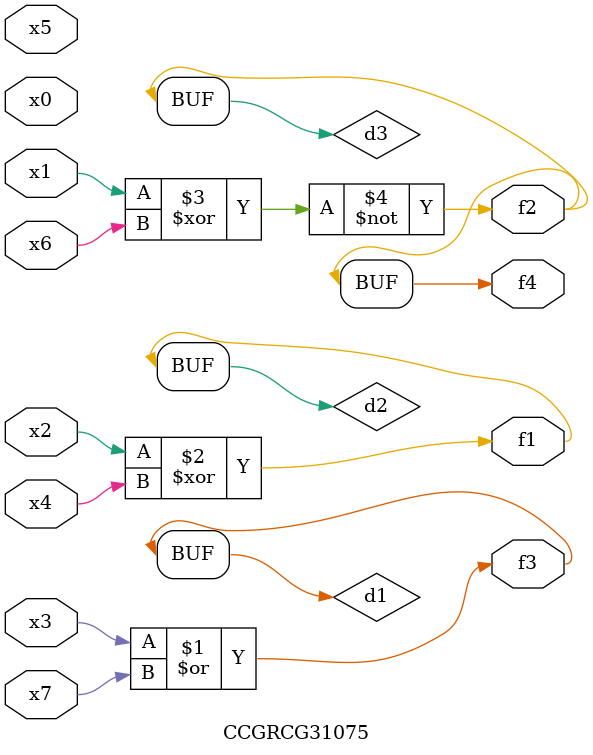
<source format=v>
module CCGRCG31075(
	input x0, x1, x2, x3, x4, x5, x6, x7,
	output f1, f2, f3, f4
);

	wire d1, d2, d3;

	or (d1, x3, x7);
	xor (d2, x2, x4);
	xnor (d3, x1, x6);
	assign f1 = d2;
	assign f2 = d3;
	assign f3 = d1;
	assign f4 = d3;
endmodule

</source>
